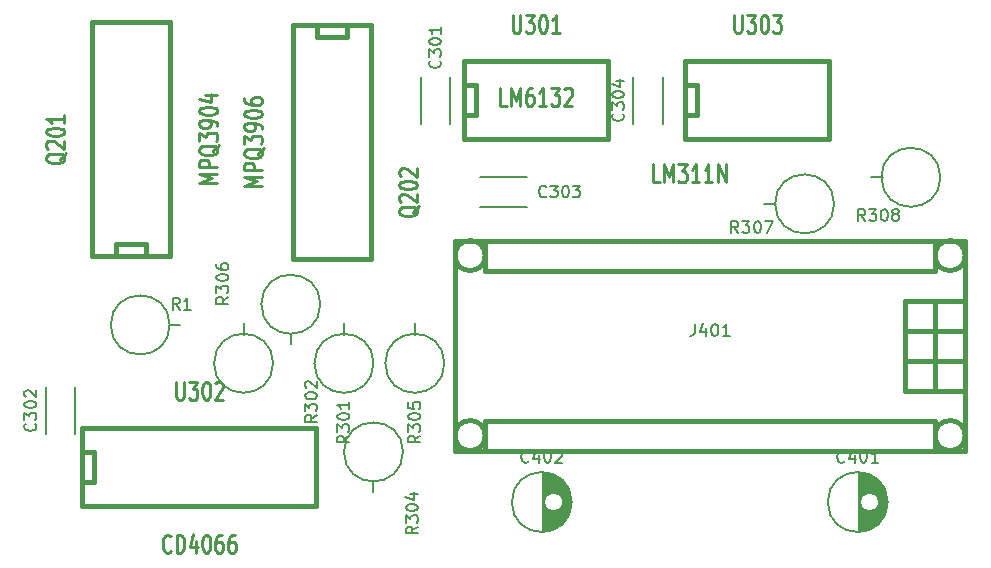
<source format=gbr>
G04 #@! TF.FileFunction,Legend,Top*
%FSLAX46Y46*%
G04 Gerber Fmt 4.6, Leading zero omitted, Abs format (unit mm)*
G04 Created by KiCad (PCBNEW 4.0.4-stable) date Monday, December 05, 2016 'PMt' 07:15:31 PM*
%MOMM*%
%LPD*%
G01*
G04 APERTURE LIST*
%ADD10C,0.100000*%
%ADD11C,0.150000*%
%ADD12C,0.381000*%
%ADD13C,0.203200*%
%ADD14C,0.285750*%
%ADD15C,0.287020*%
G04 APERTURE END LIST*
D10*
D11*
X80500000Y-36500000D02*
X80500000Y-40500000D01*
X78000000Y-36500000D02*
X78000000Y-40500000D01*
X46250000Y-66750000D02*
X46250000Y-62750000D01*
X48750000Y-66750000D02*
X48750000Y-62750000D01*
X83000000Y-45000000D02*
X87000000Y-45000000D01*
X83000000Y-47500000D02*
X87000000Y-47500000D01*
X96000000Y-40500000D02*
X96000000Y-36500000D01*
X98500000Y-40500000D02*
X98500000Y-36500000D01*
X115075000Y-70001000D02*
X115075000Y-74999000D01*
X115215000Y-70009000D02*
X115215000Y-72346000D01*
X115215000Y-72654000D02*
X115215000Y-74991000D01*
X115355000Y-70025000D02*
X115355000Y-72027000D01*
X115355000Y-72973000D02*
X115355000Y-74975000D01*
X115495000Y-70049000D02*
X115495000Y-71880000D01*
X115495000Y-73120000D02*
X115495000Y-74951000D01*
X115635000Y-70082000D02*
X115635000Y-71788000D01*
X115635000Y-73212000D02*
X115635000Y-74918000D01*
X115775000Y-70123000D02*
X115775000Y-71732000D01*
X115775000Y-73268000D02*
X115775000Y-74877000D01*
X115915000Y-70173000D02*
X115915000Y-71705000D01*
X115915000Y-73295000D02*
X115915000Y-74827000D01*
X116055000Y-70234000D02*
X116055000Y-71702000D01*
X116055000Y-73298000D02*
X116055000Y-74766000D01*
X116195000Y-70304000D02*
X116195000Y-71724000D01*
X116195000Y-73276000D02*
X116195000Y-74696000D01*
X116335000Y-70386000D02*
X116335000Y-71774000D01*
X116335000Y-73226000D02*
X116335000Y-74614000D01*
X116475000Y-70481000D02*
X116475000Y-71856000D01*
X116475000Y-73144000D02*
X116475000Y-74519000D01*
X116615000Y-70592000D02*
X116615000Y-71988000D01*
X116615000Y-73012000D02*
X116615000Y-74408000D01*
X116755000Y-70720000D02*
X116755000Y-72235000D01*
X116755000Y-72765000D02*
X116755000Y-74280000D01*
X116895000Y-70869000D02*
X116895000Y-74131000D01*
X117035000Y-71048000D02*
X117035000Y-73952000D01*
X117175000Y-71267000D02*
X117175000Y-73733000D01*
X117315000Y-71556000D02*
X117315000Y-73444000D01*
X117455000Y-72028000D02*
X117455000Y-72972000D01*
X116800000Y-72500000D02*
G75*
G03X116800000Y-72500000I-800000J0D01*
G01*
X117537500Y-72500000D02*
G75*
G03X117537500Y-72500000I-2537500J0D01*
G01*
X88325000Y-70001000D02*
X88325000Y-74999000D01*
X88465000Y-70009000D02*
X88465000Y-72346000D01*
X88465000Y-72654000D02*
X88465000Y-74991000D01*
X88605000Y-70025000D02*
X88605000Y-72027000D01*
X88605000Y-72973000D02*
X88605000Y-74975000D01*
X88745000Y-70049000D02*
X88745000Y-71880000D01*
X88745000Y-73120000D02*
X88745000Y-74951000D01*
X88885000Y-70082000D02*
X88885000Y-71788000D01*
X88885000Y-73212000D02*
X88885000Y-74918000D01*
X89025000Y-70123000D02*
X89025000Y-71732000D01*
X89025000Y-73268000D02*
X89025000Y-74877000D01*
X89165000Y-70173000D02*
X89165000Y-71705000D01*
X89165000Y-73295000D02*
X89165000Y-74827000D01*
X89305000Y-70234000D02*
X89305000Y-71702000D01*
X89305000Y-73298000D02*
X89305000Y-74766000D01*
X89445000Y-70304000D02*
X89445000Y-71724000D01*
X89445000Y-73276000D02*
X89445000Y-74696000D01*
X89585000Y-70386000D02*
X89585000Y-71774000D01*
X89585000Y-73226000D02*
X89585000Y-74614000D01*
X89725000Y-70481000D02*
X89725000Y-71856000D01*
X89725000Y-73144000D02*
X89725000Y-74519000D01*
X89865000Y-70592000D02*
X89865000Y-71988000D01*
X89865000Y-73012000D02*
X89865000Y-74408000D01*
X90005000Y-70720000D02*
X90005000Y-72235000D01*
X90005000Y-72765000D02*
X90005000Y-74280000D01*
X90145000Y-70869000D02*
X90145000Y-74131000D01*
X90285000Y-71048000D02*
X90285000Y-73952000D01*
X90425000Y-71267000D02*
X90425000Y-73733000D01*
X90565000Y-71556000D02*
X90565000Y-73444000D01*
X90705000Y-72028000D02*
X90705000Y-72972000D01*
X90050000Y-72500000D02*
G75*
G03X90050000Y-72500000I-800000J0D01*
G01*
X90787500Y-72500000D02*
G75*
G03X90787500Y-72500000I-2537500J0D01*
G01*
D12*
X119010000Y-60520000D02*
X124090000Y-60520000D01*
X119010000Y-57980000D02*
X124090000Y-57980000D01*
X121550000Y-63060000D02*
X121550000Y-55440000D01*
X124090000Y-63060000D02*
X119010000Y-63060000D01*
X119010000Y-63060000D02*
X119010000Y-55440000D01*
X119010000Y-55440000D02*
X124090000Y-55440000D01*
X80910000Y-68140000D02*
X124090000Y-68140000D01*
X124090000Y-50360000D02*
X80910000Y-50360000D01*
X124090000Y-50360000D02*
X124090000Y-68140000D01*
X80910000Y-50360000D02*
X80910000Y-68140000D01*
X124090000Y-66870000D02*
G75*
G03X124090000Y-66870000I-1270000J0D01*
G01*
X124090000Y-51630000D02*
G75*
G03X124090000Y-51630000I-1270000J0D01*
G01*
X83450000Y-66870000D02*
G75*
G03X83450000Y-66870000I-1270000J0D01*
G01*
X83450000Y-51630000D02*
G75*
G03X83450000Y-51630000I-1270000J0D01*
G01*
X83450000Y-65600000D02*
X121550000Y-65600000D01*
X121550000Y-52900000D02*
X83450000Y-52900000D01*
X83450000Y-50360000D02*
X83450000Y-52900000D01*
X83450000Y-65600000D02*
X83450000Y-68140000D01*
X121550000Y-68140000D02*
X121550000Y-65600000D01*
X121550000Y-50360000D02*
X121550000Y-52900000D01*
X52230000Y-50640000D02*
X54770000Y-50640000D01*
X56802000Y-31844000D02*
X56802000Y-51656000D01*
X50198000Y-51656000D02*
X50198000Y-31844000D01*
X54770000Y-50640000D02*
X54770000Y-51656000D01*
X52230000Y-50640000D02*
X52230000Y-51656000D01*
X50198000Y-31844000D02*
X56802000Y-31844000D01*
X56802000Y-51656000D02*
X50198000Y-51656000D01*
X71770000Y-33110000D02*
X69230000Y-33110000D01*
X67198000Y-51906000D02*
X67198000Y-32094000D01*
X73802000Y-32094000D02*
X73802000Y-51906000D01*
X69230000Y-33110000D02*
X69230000Y-32094000D01*
X71770000Y-33110000D02*
X71770000Y-32094000D01*
X73802000Y-51906000D02*
X67198000Y-51906000D01*
X67198000Y-32094000D02*
X73802000Y-32094000D01*
X93846000Y-41802000D02*
X81654000Y-41802000D01*
X81654000Y-35198000D02*
X93846000Y-35198000D01*
X82670000Y-37230000D02*
X81654000Y-37230000D01*
X82670000Y-39770000D02*
X81654000Y-39770000D01*
X93846000Y-35198000D02*
X93846000Y-41802000D01*
X81654000Y-41802000D02*
X81654000Y-35198000D01*
X82670000Y-37230000D02*
X82670000Y-39770000D01*
X50360000Y-68230000D02*
X50360000Y-70770000D01*
X69156000Y-72802000D02*
X49344000Y-72802000D01*
X49344000Y-66198000D02*
X69156000Y-66198000D01*
X50360000Y-70770000D02*
X49344000Y-70770000D01*
X50360000Y-68230000D02*
X49344000Y-68230000D01*
X69156000Y-66198000D02*
X69156000Y-72802000D01*
X49344000Y-72802000D02*
X49344000Y-66198000D01*
X112596000Y-41802000D02*
X100404000Y-41802000D01*
X100404000Y-35198000D02*
X112596000Y-35198000D01*
X101420000Y-37230000D02*
X100404000Y-37230000D01*
X101420000Y-39770000D02*
X100404000Y-39770000D01*
X112596000Y-35198000D02*
X112596000Y-41802000D01*
X100404000Y-41802000D02*
X100404000Y-35198000D01*
X101420000Y-37230000D02*
X101420000Y-39770000D01*
D11*
X56650940Y-57500000D02*
X57651700Y-57500000D01*
X56750000Y-57500000D02*
G75*
G03X56750000Y-57500000I-2499360J0D01*
G01*
X71500000Y-58349060D02*
X71500000Y-57348300D01*
X73999360Y-60749360D02*
G75*
G03X73999360Y-60749360I-2499360J0D01*
G01*
X67000000Y-58150940D02*
X67000000Y-59151700D01*
X69499360Y-55750640D02*
G75*
G03X69499360Y-55750640I-2499360J0D01*
G01*
X74000000Y-70650940D02*
X74000000Y-71651700D01*
X76499360Y-68250640D02*
G75*
G03X76499360Y-68250640I-2499360J0D01*
G01*
X77500000Y-58349060D02*
X77500000Y-57348300D01*
X79999360Y-60749360D02*
G75*
G03X79999360Y-60749360I-2499360J0D01*
G01*
X63000000Y-58349060D02*
X63000000Y-57348300D01*
X65499360Y-60749360D02*
G75*
G03X65499360Y-60749360I-2499360J0D01*
G01*
X108099060Y-47250000D02*
X107098300Y-47250000D01*
X112998720Y-47250000D02*
G75*
G03X112998720Y-47250000I-2499360J0D01*
G01*
X117099060Y-45000000D02*
X116098300Y-45000000D01*
X121998720Y-45000000D02*
G75*
G03X121998720Y-45000000I-2499360J0D01*
G01*
X79607143Y-35119047D02*
X79654762Y-35166666D01*
X79702381Y-35309523D01*
X79702381Y-35404761D01*
X79654762Y-35547619D01*
X79559524Y-35642857D01*
X79464286Y-35690476D01*
X79273810Y-35738095D01*
X79130952Y-35738095D01*
X78940476Y-35690476D01*
X78845238Y-35642857D01*
X78750000Y-35547619D01*
X78702381Y-35404761D01*
X78702381Y-35309523D01*
X78750000Y-35166666D01*
X78797619Y-35119047D01*
X78702381Y-34785714D02*
X78702381Y-34166666D01*
X79083333Y-34500000D01*
X79083333Y-34357142D01*
X79130952Y-34261904D01*
X79178571Y-34214285D01*
X79273810Y-34166666D01*
X79511905Y-34166666D01*
X79607143Y-34214285D01*
X79654762Y-34261904D01*
X79702381Y-34357142D01*
X79702381Y-34642857D01*
X79654762Y-34738095D01*
X79607143Y-34785714D01*
X78702381Y-33547619D02*
X78702381Y-33452380D01*
X78750000Y-33357142D01*
X78797619Y-33309523D01*
X78892857Y-33261904D01*
X79083333Y-33214285D01*
X79321429Y-33214285D01*
X79511905Y-33261904D01*
X79607143Y-33309523D01*
X79654762Y-33357142D01*
X79702381Y-33452380D01*
X79702381Y-33547619D01*
X79654762Y-33642857D01*
X79607143Y-33690476D01*
X79511905Y-33738095D01*
X79321429Y-33785714D01*
X79083333Y-33785714D01*
X78892857Y-33738095D01*
X78797619Y-33690476D01*
X78750000Y-33642857D01*
X78702381Y-33547619D01*
X79702381Y-32261904D02*
X79702381Y-32833333D01*
X79702381Y-32547619D02*
X78702381Y-32547619D01*
X78845238Y-32642857D01*
X78940476Y-32738095D01*
X78988095Y-32833333D01*
X45357143Y-65869047D02*
X45404762Y-65916666D01*
X45452381Y-66059523D01*
X45452381Y-66154761D01*
X45404762Y-66297619D01*
X45309524Y-66392857D01*
X45214286Y-66440476D01*
X45023810Y-66488095D01*
X44880952Y-66488095D01*
X44690476Y-66440476D01*
X44595238Y-66392857D01*
X44500000Y-66297619D01*
X44452381Y-66154761D01*
X44452381Y-66059523D01*
X44500000Y-65916666D01*
X44547619Y-65869047D01*
X44452381Y-65535714D02*
X44452381Y-64916666D01*
X44833333Y-65250000D01*
X44833333Y-65107142D01*
X44880952Y-65011904D01*
X44928571Y-64964285D01*
X45023810Y-64916666D01*
X45261905Y-64916666D01*
X45357143Y-64964285D01*
X45404762Y-65011904D01*
X45452381Y-65107142D01*
X45452381Y-65392857D01*
X45404762Y-65488095D01*
X45357143Y-65535714D01*
X44452381Y-64297619D02*
X44452381Y-64202380D01*
X44500000Y-64107142D01*
X44547619Y-64059523D01*
X44642857Y-64011904D01*
X44833333Y-63964285D01*
X45071429Y-63964285D01*
X45261905Y-64011904D01*
X45357143Y-64059523D01*
X45404762Y-64107142D01*
X45452381Y-64202380D01*
X45452381Y-64297619D01*
X45404762Y-64392857D01*
X45357143Y-64440476D01*
X45261905Y-64488095D01*
X45071429Y-64535714D01*
X44833333Y-64535714D01*
X44642857Y-64488095D01*
X44547619Y-64440476D01*
X44500000Y-64392857D01*
X44452381Y-64297619D01*
X44547619Y-63583333D02*
X44500000Y-63535714D01*
X44452381Y-63440476D01*
X44452381Y-63202380D01*
X44500000Y-63107142D01*
X44547619Y-63059523D01*
X44642857Y-63011904D01*
X44738095Y-63011904D01*
X44880952Y-63059523D01*
X45452381Y-63630952D01*
X45452381Y-63011904D01*
X88630953Y-46607143D02*
X88583334Y-46654762D01*
X88440477Y-46702381D01*
X88345239Y-46702381D01*
X88202381Y-46654762D01*
X88107143Y-46559524D01*
X88059524Y-46464286D01*
X88011905Y-46273810D01*
X88011905Y-46130952D01*
X88059524Y-45940476D01*
X88107143Y-45845238D01*
X88202381Y-45750000D01*
X88345239Y-45702381D01*
X88440477Y-45702381D01*
X88583334Y-45750000D01*
X88630953Y-45797619D01*
X88964286Y-45702381D02*
X89583334Y-45702381D01*
X89250000Y-46083333D01*
X89392858Y-46083333D01*
X89488096Y-46130952D01*
X89535715Y-46178571D01*
X89583334Y-46273810D01*
X89583334Y-46511905D01*
X89535715Y-46607143D01*
X89488096Y-46654762D01*
X89392858Y-46702381D01*
X89107143Y-46702381D01*
X89011905Y-46654762D01*
X88964286Y-46607143D01*
X90202381Y-45702381D02*
X90297620Y-45702381D01*
X90392858Y-45750000D01*
X90440477Y-45797619D01*
X90488096Y-45892857D01*
X90535715Y-46083333D01*
X90535715Y-46321429D01*
X90488096Y-46511905D01*
X90440477Y-46607143D01*
X90392858Y-46654762D01*
X90297620Y-46702381D01*
X90202381Y-46702381D01*
X90107143Y-46654762D01*
X90059524Y-46607143D01*
X90011905Y-46511905D01*
X89964286Y-46321429D01*
X89964286Y-46083333D01*
X90011905Y-45892857D01*
X90059524Y-45797619D01*
X90107143Y-45750000D01*
X90202381Y-45702381D01*
X90869048Y-45702381D02*
X91488096Y-45702381D01*
X91154762Y-46083333D01*
X91297620Y-46083333D01*
X91392858Y-46130952D01*
X91440477Y-46178571D01*
X91488096Y-46273810D01*
X91488096Y-46511905D01*
X91440477Y-46607143D01*
X91392858Y-46654762D01*
X91297620Y-46702381D01*
X91011905Y-46702381D01*
X90916667Y-46654762D01*
X90869048Y-46607143D01*
X95107143Y-39619047D02*
X95154762Y-39666666D01*
X95202381Y-39809523D01*
X95202381Y-39904761D01*
X95154762Y-40047619D01*
X95059524Y-40142857D01*
X94964286Y-40190476D01*
X94773810Y-40238095D01*
X94630952Y-40238095D01*
X94440476Y-40190476D01*
X94345238Y-40142857D01*
X94250000Y-40047619D01*
X94202381Y-39904761D01*
X94202381Y-39809523D01*
X94250000Y-39666666D01*
X94297619Y-39619047D01*
X94202381Y-39285714D02*
X94202381Y-38666666D01*
X94583333Y-39000000D01*
X94583333Y-38857142D01*
X94630952Y-38761904D01*
X94678571Y-38714285D01*
X94773810Y-38666666D01*
X95011905Y-38666666D01*
X95107143Y-38714285D01*
X95154762Y-38761904D01*
X95202381Y-38857142D01*
X95202381Y-39142857D01*
X95154762Y-39238095D01*
X95107143Y-39285714D01*
X94202381Y-38047619D02*
X94202381Y-37952380D01*
X94250000Y-37857142D01*
X94297619Y-37809523D01*
X94392857Y-37761904D01*
X94583333Y-37714285D01*
X94821429Y-37714285D01*
X95011905Y-37761904D01*
X95107143Y-37809523D01*
X95154762Y-37857142D01*
X95202381Y-37952380D01*
X95202381Y-38047619D01*
X95154762Y-38142857D01*
X95107143Y-38190476D01*
X95011905Y-38238095D01*
X94821429Y-38285714D01*
X94583333Y-38285714D01*
X94392857Y-38238095D01*
X94297619Y-38190476D01*
X94250000Y-38142857D01*
X94202381Y-38047619D01*
X94535714Y-36857142D02*
X95202381Y-36857142D01*
X94154762Y-37095238D02*
X94869048Y-37333333D01*
X94869048Y-36714285D01*
X113880953Y-69057143D02*
X113833334Y-69104762D01*
X113690477Y-69152381D01*
X113595239Y-69152381D01*
X113452381Y-69104762D01*
X113357143Y-69009524D01*
X113309524Y-68914286D01*
X113261905Y-68723810D01*
X113261905Y-68580952D01*
X113309524Y-68390476D01*
X113357143Y-68295238D01*
X113452381Y-68200000D01*
X113595239Y-68152381D01*
X113690477Y-68152381D01*
X113833334Y-68200000D01*
X113880953Y-68247619D01*
X114738096Y-68485714D02*
X114738096Y-69152381D01*
X114500000Y-68104762D02*
X114261905Y-68819048D01*
X114880953Y-68819048D01*
X115452381Y-68152381D02*
X115547620Y-68152381D01*
X115642858Y-68200000D01*
X115690477Y-68247619D01*
X115738096Y-68342857D01*
X115785715Y-68533333D01*
X115785715Y-68771429D01*
X115738096Y-68961905D01*
X115690477Y-69057143D01*
X115642858Y-69104762D01*
X115547620Y-69152381D01*
X115452381Y-69152381D01*
X115357143Y-69104762D01*
X115309524Y-69057143D01*
X115261905Y-68961905D01*
X115214286Y-68771429D01*
X115214286Y-68533333D01*
X115261905Y-68342857D01*
X115309524Y-68247619D01*
X115357143Y-68200000D01*
X115452381Y-68152381D01*
X116738096Y-69152381D02*
X116166667Y-69152381D01*
X116452381Y-69152381D02*
X116452381Y-68152381D01*
X116357143Y-68295238D01*
X116261905Y-68390476D01*
X116166667Y-68438095D01*
X87130953Y-69057143D02*
X87083334Y-69104762D01*
X86940477Y-69152381D01*
X86845239Y-69152381D01*
X86702381Y-69104762D01*
X86607143Y-69009524D01*
X86559524Y-68914286D01*
X86511905Y-68723810D01*
X86511905Y-68580952D01*
X86559524Y-68390476D01*
X86607143Y-68295238D01*
X86702381Y-68200000D01*
X86845239Y-68152381D01*
X86940477Y-68152381D01*
X87083334Y-68200000D01*
X87130953Y-68247619D01*
X87988096Y-68485714D02*
X87988096Y-69152381D01*
X87750000Y-68104762D02*
X87511905Y-68819048D01*
X88130953Y-68819048D01*
X88702381Y-68152381D02*
X88797620Y-68152381D01*
X88892858Y-68200000D01*
X88940477Y-68247619D01*
X88988096Y-68342857D01*
X89035715Y-68533333D01*
X89035715Y-68771429D01*
X88988096Y-68961905D01*
X88940477Y-69057143D01*
X88892858Y-69104762D01*
X88797620Y-69152381D01*
X88702381Y-69152381D01*
X88607143Y-69104762D01*
X88559524Y-69057143D01*
X88511905Y-68961905D01*
X88464286Y-68771429D01*
X88464286Y-68533333D01*
X88511905Y-68342857D01*
X88559524Y-68247619D01*
X88607143Y-68200000D01*
X88702381Y-68152381D01*
X89416667Y-68247619D02*
X89464286Y-68200000D01*
X89559524Y-68152381D01*
X89797620Y-68152381D01*
X89892858Y-68200000D01*
X89940477Y-68247619D01*
X89988096Y-68342857D01*
X89988096Y-68438095D01*
X89940477Y-68580952D01*
X89369048Y-69152381D01*
X89988096Y-69152381D01*
D13*
X101193714Y-57423619D02*
X101193714Y-58149333D01*
X101145334Y-58294476D01*
X101048572Y-58391238D01*
X100903429Y-58439619D01*
X100806667Y-58439619D01*
X102112952Y-57762286D02*
X102112952Y-58439619D01*
X101871048Y-57375238D02*
X101629143Y-58100952D01*
X102258095Y-58100952D01*
X102838667Y-57423619D02*
X102935428Y-57423619D01*
X103032190Y-57472000D01*
X103080571Y-57520381D01*
X103128952Y-57617143D01*
X103177333Y-57810667D01*
X103177333Y-58052571D01*
X103128952Y-58246095D01*
X103080571Y-58342857D01*
X103032190Y-58391238D01*
X102935428Y-58439619D01*
X102838667Y-58439619D01*
X102741905Y-58391238D01*
X102693524Y-58342857D01*
X102645143Y-58246095D01*
X102596762Y-58052571D01*
X102596762Y-57810667D01*
X102645143Y-57617143D01*
X102693524Y-57520381D01*
X102741905Y-57472000D01*
X102838667Y-57423619D01*
X104144952Y-58439619D02*
X103564381Y-58439619D01*
X103854667Y-58439619D02*
X103854667Y-57423619D01*
X103757905Y-57568762D01*
X103661143Y-57665524D01*
X103564381Y-57713905D01*
D14*
X47984571Y-42947428D02*
X47912000Y-43056285D01*
X47766857Y-43165142D01*
X47549143Y-43328428D01*
X47476571Y-43437285D01*
X47476571Y-43546142D01*
X47839429Y-43491714D02*
X47766857Y-43600571D01*
X47621714Y-43709428D01*
X47331429Y-43763857D01*
X46823429Y-43763857D01*
X46533143Y-43709428D01*
X46388000Y-43600571D01*
X46315429Y-43491714D01*
X46315429Y-43274000D01*
X46388000Y-43165142D01*
X46533143Y-43056285D01*
X46823429Y-43001857D01*
X47331429Y-43001857D01*
X47621714Y-43056285D01*
X47766857Y-43165142D01*
X47839429Y-43274000D01*
X47839429Y-43491714D01*
X46460571Y-42566428D02*
X46388000Y-42511999D01*
X46315429Y-42403142D01*
X46315429Y-42130999D01*
X46388000Y-42022142D01*
X46460571Y-41967713D01*
X46605714Y-41913285D01*
X46750857Y-41913285D01*
X46968571Y-41967713D01*
X47839429Y-42620856D01*
X47839429Y-41913285D01*
X46315429Y-41205714D02*
X46315429Y-41096857D01*
X46388000Y-40988000D01*
X46460571Y-40933571D01*
X46605714Y-40879142D01*
X46896000Y-40824714D01*
X47258857Y-40824714D01*
X47549143Y-40879142D01*
X47694286Y-40933571D01*
X47766857Y-40988000D01*
X47839429Y-41096857D01*
X47839429Y-41205714D01*
X47766857Y-41314571D01*
X47694286Y-41369000D01*
X47549143Y-41423428D01*
X47258857Y-41477857D01*
X46896000Y-41477857D01*
X46605714Y-41423428D01*
X46460571Y-41369000D01*
X46388000Y-41314571D01*
X46315429Y-41205714D01*
X47839429Y-39736143D02*
X47839429Y-40389286D01*
X47839429Y-40062714D02*
X46315429Y-40062714D01*
X46533143Y-40171571D01*
X46678286Y-40280429D01*
X46750857Y-40389286D01*
D15*
D14*
X60793429Y-45478356D02*
X59269429Y-45478356D01*
X60358000Y-45097356D01*
X59269429Y-44716356D01*
X60793429Y-44716356D01*
X60793429Y-44172070D02*
X59269429Y-44172070D01*
X59269429Y-43736642D01*
X59342000Y-43627784D01*
X59414571Y-43573356D01*
X59559714Y-43518927D01*
X59777429Y-43518927D01*
X59922571Y-43573356D01*
X59995143Y-43627784D01*
X60067714Y-43736642D01*
X60067714Y-44172070D01*
X60938571Y-42267070D02*
X60866000Y-42375927D01*
X60720857Y-42484784D01*
X60503143Y-42648070D01*
X60430571Y-42756927D01*
X60430571Y-42865784D01*
X60793429Y-42811356D02*
X60720857Y-42920213D01*
X60575714Y-43029070D01*
X60285429Y-43083499D01*
X59777429Y-43083499D01*
X59487143Y-43029070D01*
X59342000Y-42920213D01*
X59269429Y-42811356D01*
X59269429Y-42593642D01*
X59342000Y-42484784D01*
X59487143Y-42375927D01*
X59777429Y-42321499D01*
X60285429Y-42321499D01*
X60575714Y-42375927D01*
X60720857Y-42484784D01*
X60793429Y-42593642D01*
X60793429Y-42811356D01*
X59269429Y-41940498D02*
X59269429Y-41232927D01*
X59850000Y-41613927D01*
X59850000Y-41450641D01*
X59922571Y-41341784D01*
X59995143Y-41287355D01*
X60140286Y-41232927D01*
X60503143Y-41232927D01*
X60648286Y-41287355D01*
X60720857Y-41341784D01*
X60793429Y-41450641D01*
X60793429Y-41777213D01*
X60720857Y-41886070D01*
X60648286Y-41940498D01*
X60793429Y-40688642D02*
X60793429Y-40470927D01*
X60720857Y-40362070D01*
X60648286Y-40307642D01*
X60430571Y-40198784D01*
X60140286Y-40144356D01*
X59559714Y-40144356D01*
X59414571Y-40198784D01*
X59342000Y-40253213D01*
X59269429Y-40362070D01*
X59269429Y-40579784D01*
X59342000Y-40688642D01*
X59414571Y-40743070D01*
X59559714Y-40797499D01*
X59922571Y-40797499D01*
X60067714Y-40743070D01*
X60140286Y-40688642D01*
X60212857Y-40579784D01*
X60212857Y-40362070D01*
X60140286Y-40253213D01*
X60067714Y-40198784D01*
X59922571Y-40144356D01*
X59269429Y-39436785D02*
X59269429Y-39327928D01*
X59342000Y-39219071D01*
X59414571Y-39164642D01*
X59559714Y-39110213D01*
X59850000Y-39055785D01*
X60212857Y-39055785D01*
X60503143Y-39110213D01*
X60648286Y-39164642D01*
X60720857Y-39219071D01*
X60793429Y-39327928D01*
X60793429Y-39436785D01*
X60720857Y-39545642D01*
X60648286Y-39600071D01*
X60503143Y-39654499D01*
X60212857Y-39708928D01*
X59850000Y-39708928D01*
X59559714Y-39654499D01*
X59414571Y-39600071D01*
X59342000Y-39545642D01*
X59269429Y-39436785D01*
X59777429Y-38076071D02*
X60793429Y-38076071D01*
X59196857Y-38348214D02*
X60285429Y-38620357D01*
X60285429Y-37912785D01*
D15*
D14*
X77834571Y-47447428D02*
X77762000Y-47556285D01*
X77616857Y-47665142D01*
X77399143Y-47828428D01*
X77326571Y-47937285D01*
X77326571Y-48046142D01*
X77689429Y-47991714D02*
X77616857Y-48100571D01*
X77471714Y-48209428D01*
X77181429Y-48263857D01*
X76673429Y-48263857D01*
X76383143Y-48209428D01*
X76238000Y-48100571D01*
X76165429Y-47991714D01*
X76165429Y-47774000D01*
X76238000Y-47665142D01*
X76383143Y-47556285D01*
X76673429Y-47501857D01*
X77181429Y-47501857D01*
X77471714Y-47556285D01*
X77616857Y-47665142D01*
X77689429Y-47774000D01*
X77689429Y-47991714D01*
X76310571Y-47066428D02*
X76238000Y-47011999D01*
X76165429Y-46903142D01*
X76165429Y-46630999D01*
X76238000Y-46522142D01*
X76310571Y-46467713D01*
X76455714Y-46413285D01*
X76600857Y-46413285D01*
X76818571Y-46467713D01*
X77689429Y-47120856D01*
X77689429Y-46413285D01*
X76165429Y-45705714D02*
X76165429Y-45596857D01*
X76238000Y-45488000D01*
X76310571Y-45433571D01*
X76455714Y-45379142D01*
X76746000Y-45324714D01*
X77108857Y-45324714D01*
X77399143Y-45379142D01*
X77544286Y-45433571D01*
X77616857Y-45488000D01*
X77689429Y-45596857D01*
X77689429Y-45705714D01*
X77616857Y-45814571D01*
X77544286Y-45869000D01*
X77399143Y-45923428D01*
X77108857Y-45977857D01*
X76746000Y-45977857D01*
X76455714Y-45923428D01*
X76310571Y-45869000D01*
X76238000Y-45814571D01*
X76165429Y-45705714D01*
X76310571Y-44889286D02*
X76238000Y-44834857D01*
X76165429Y-44726000D01*
X76165429Y-44453857D01*
X76238000Y-44345000D01*
X76310571Y-44290571D01*
X76455714Y-44236143D01*
X76600857Y-44236143D01*
X76818571Y-44290571D01*
X77689429Y-44943714D01*
X77689429Y-44236143D01*
D15*
D14*
X64585429Y-45728356D02*
X63061429Y-45728356D01*
X64150000Y-45347356D01*
X63061429Y-44966356D01*
X64585429Y-44966356D01*
X64585429Y-44422070D02*
X63061429Y-44422070D01*
X63061429Y-43986642D01*
X63134000Y-43877784D01*
X63206571Y-43823356D01*
X63351714Y-43768927D01*
X63569429Y-43768927D01*
X63714571Y-43823356D01*
X63787143Y-43877784D01*
X63859714Y-43986642D01*
X63859714Y-44422070D01*
X64730571Y-42517070D02*
X64658000Y-42625927D01*
X64512857Y-42734784D01*
X64295143Y-42898070D01*
X64222571Y-43006927D01*
X64222571Y-43115784D01*
X64585429Y-43061356D02*
X64512857Y-43170213D01*
X64367714Y-43279070D01*
X64077429Y-43333499D01*
X63569429Y-43333499D01*
X63279143Y-43279070D01*
X63134000Y-43170213D01*
X63061429Y-43061356D01*
X63061429Y-42843642D01*
X63134000Y-42734784D01*
X63279143Y-42625927D01*
X63569429Y-42571499D01*
X64077429Y-42571499D01*
X64367714Y-42625927D01*
X64512857Y-42734784D01*
X64585429Y-42843642D01*
X64585429Y-43061356D01*
X63061429Y-42190498D02*
X63061429Y-41482927D01*
X63642000Y-41863927D01*
X63642000Y-41700641D01*
X63714571Y-41591784D01*
X63787143Y-41537355D01*
X63932286Y-41482927D01*
X64295143Y-41482927D01*
X64440286Y-41537355D01*
X64512857Y-41591784D01*
X64585429Y-41700641D01*
X64585429Y-42027213D01*
X64512857Y-42136070D01*
X64440286Y-42190498D01*
X64585429Y-40938642D02*
X64585429Y-40720927D01*
X64512857Y-40612070D01*
X64440286Y-40557642D01*
X64222571Y-40448784D01*
X63932286Y-40394356D01*
X63351714Y-40394356D01*
X63206571Y-40448784D01*
X63134000Y-40503213D01*
X63061429Y-40612070D01*
X63061429Y-40829784D01*
X63134000Y-40938642D01*
X63206571Y-40993070D01*
X63351714Y-41047499D01*
X63714571Y-41047499D01*
X63859714Y-40993070D01*
X63932286Y-40938642D01*
X64004857Y-40829784D01*
X64004857Y-40612070D01*
X63932286Y-40503213D01*
X63859714Y-40448784D01*
X63714571Y-40394356D01*
X63061429Y-39686785D02*
X63061429Y-39577928D01*
X63134000Y-39469071D01*
X63206571Y-39414642D01*
X63351714Y-39360213D01*
X63642000Y-39305785D01*
X64004857Y-39305785D01*
X64295143Y-39360213D01*
X64440286Y-39414642D01*
X64512857Y-39469071D01*
X64585429Y-39577928D01*
X64585429Y-39686785D01*
X64512857Y-39795642D01*
X64440286Y-39850071D01*
X64295143Y-39904499D01*
X64004857Y-39958928D01*
X63642000Y-39958928D01*
X63351714Y-39904499D01*
X63206571Y-39850071D01*
X63134000Y-39795642D01*
X63061429Y-39686785D01*
X63061429Y-38326071D02*
X63061429Y-38543785D01*
X63134000Y-38652642D01*
X63206571Y-38707071D01*
X63424286Y-38815928D01*
X63714571Y-38870357D01*
X64295143Y-38870357D01*
X64440286Y-38815928D01*
X64512857Y-38761500D01*
X64585429Y-38652642D01*
X64585429Y-38434928D01*
X64512857Y-38326071D01*
X64440286Y-38271642D01*
X64295143Y-38217214D01*
X63932286Y-38217214D01*
X63787143Y-38271642D01*
X63714571Y-38326071D01*
X63642000Y-38434928D01*
X63642000Y-38652642D01*
X63714571Y-38761500D01*
X63787143Y-38815928D01*
X63932286Y-38870357D01*
D15*
D14*
X85790572Y-31264629D02*
X85790572Y-32498343D01*
X85845000Y-32643486D01*
X85899429Y-32716057D01*
X86008286Y-32788629D01*
X86226000Y-32788629D01*
X86334858Y-32716057D01*
X86389286Y-32643486D01*
X86443715Y-32498343D01*
X86443715Y-31264629D01*
X86879144Y-31264629D02*
X87586715Y-31264629D01*
X87205715Y-31845200D01*
X87369001Y-31845200D01*
X87477858Y-31917771D01*
X87532287Y-31990343D01*
X87586715Y-32135486D01*
X87586715Y-32498343D01*
X87532287Y-32643486D01*
X87477858Y-32716057D01*
X87369001Y-32788629D01*
X87042429Y-32788629D01*
X86933572Y-32716057D01*
X86879144Y-32643486D01*
X88294286Y-31264629D02*
X88403143Y-31264629D01*
X88512000Y-31337200D01*
X88566429Y-31409771D01*
X88620858Y-31554914D01*
X88675286Y-31845200D01*
X88675286Y-32208057D01*
X88620858Y-32498343D01*
X88566429Y-32643486D01*
X88512000Y-32716057D01*
X88403143Y-32788629D01*
X88294286Y-32788629D01*
X88185429Y-32716057D01*
X88131000Y-32643486D01*
X88076572Y-32498343D01*
X88022143Y-32208057D01*
X88022143Y-31845200D01*
X88076572Y-31554914D01*
X88131000Y-31409771D01*
X88185429Y-31337200D01*
X88294286Y-31264629D01*
X89763857Y-32788629D02*
X89110714Y-32788629D01*
X89437286Y-32788629D02*
X89437286Y-31264629D01*
X89328429Y-31482343D01*
X89219571Y-31627486D01*
X89110714Y-31700057D01*
D15*
D14*
X85273501Y-38939429D02*
X84729215Y-38939429D01*
X84729215Y-37415429D01*
X85654501Y-38939429D02*
X85654501Y-37415429D01*
X86035501Y-38504000D01*
X86416501Y-37415429D01*
X86416501Y-38939429D01*
X87450644Y-37415429D02*
X87232930Y-37415429D01*
X87124073Y-37488000D01*
X87069644Y-37560571D01*
X86960787Y-37778286D01*
X86906358Y-38068571D01*
X86906358Y-38649143D01*
X86960787Y-38794286D01*
X87015215Y-38866857D01*
X87124073Y-38939429D01*
X87341787Y-38939429D01*
X87450644Y-38866857D01*
X87505073Y-38794286D01*
X87559501Y-38649143D01*
X87559501Y-38286286D01*
X87505073Y-38141143D01*
X87450644Y-38068571D01*
X87341787Y-37996000D01*
X87124073Y-37996000D01*
X87015215Y-38068571D01*
X86960787Y-38141143D01*
X86906358Y-38286286D01*
X88648072Y-38939429D02*
X87994929Y-38939429D01*
X88321501Y-38939429D02*
X88321501Y-37415429D01*
X88212644Y-37633143D01*
X88103786Y-37778286D01*
X87994929Y-37850857D01*
X89029072Y-37415429D02*
X89736643Y-37415429D01*
X89355643Y-37996000D01*
X89518929Y-37996000D01*
X89627786Y-38068571D01*
X89682215Y-38141143D01*
X89736643Y-38286286D01*
X89736643Y-38649143D01*
X89682215Y-38794286D01*
X89627786Y-38866857D01*
X89518929Y-38939429D01*
X89192357Y-38939429D01*
X89083500Y-38866857D01*
X89029072Y-38794286D01*
X90172071Y-37560571D02*
X90226500Y-37488000D01*
X90335357Y-37415429D01*
X90607500Y-37415429D01*
X90716357Y-37488000D01*
X90770786Y-37560571D01*
X90825214Y-37705714D01*
X90825214Y-37850857D01*
X90770786Y-38068571D01*
X90117643Y-38939429D01*
X90825214Y-38939429D01*
D15*
D14*
X57290572Y-62315429D02*
X57290572Y-63549143D01*
X57345000Y-63694286D01*
X57399429Y-63766857D01*
X57508286Y-63839429D01*
X57726000Y-63839429D01*
X57834858Y-63766857D01*
X57889286Y-63694286D01*
X57943715Y-63549143D01*
X57943715Y-62315429D01*
X58379144Y-62315429D02*
X59086715Y-62315429D01*
X58705715Y-62896000D01*
X58869001Y-62896000D01*
X58977858Y-62968571D01*
X59032287Y-63041143D01*
X59086715Y-63186286D01*
X59086715Y-63549143D01*
X59032287Y-63694286D01*
X58977858Y-63766857D01*
X58869001Y-63839429D01*
X58542429Y-63839429D01*
X58433572Y-63766857D01*
X58379144Y-63694286D01*
X59794286Y-62315429D02*
X59903143Y-62315429D01*
X60012000Y-62388000D01*
X60066429Y-62460571D01*
X60120858Y-62605714D01*
X60175286Y-62896000D01*
X60175286Y-63258857D01*
X60120858Y-63549143D01*
X60066429Y-63694286D01*
X60012000Y-63766857D01*
X59903143Y-63839429D01*
X59794286Y-63839429D01*
X59685429Y-63766857D01*
X59631000Y-63694286D01*
X59576572Y-63549143D01*
X59522143Y-63258857D01*
X59522143Y-62896000D01*
X59576572Y-62605714D01*
X59631000Y-62460571D01*
X59685429Y-62388000D01*
X59794286Y-62315429D01*
X60610714Y-62460571D02*
X60665143Y-62388000D01*
X60774000Y-62315429D01*
X61046143Y-62315429D01*
X61155000Y-62388000D01*
X61209429Y-62460571D01*
X61263857Y-62605714D01*
X61263857Y-62750857D01*
X61209429Y-62968571D01*
X60556286Y-63839429D01*
X61263857Y-63839429D01*
D15*
D14*
X56855144Y-76648286D02*
X56800715Y-76720857D01*
X56637429Y-76793429D01*
X56528572Y-76793429D01*
X56365287Y-76720857D01*
X56256429Y-76575714D01*
X56202001Y-76430571D01*
X56147572Y-76140286D01*
X56147572Y-75922571D01*
X56202001Y-75632286D01*
X56256429Y-75487143D01*
X56365287Y-75342000D01*
X56528572Y-75269429D01*
X56637429Y-75269429D01*
X56800715Y-75342000D01*
X56855144Y-75414571D01*
X57345001Y-76793429D02*
X57345001Y-75269429D01*
X57617144Y-75269429D01*
X57780429Y-75342000D01*
X57889287Y-75487143D01*
X57943715Y-75632286D01*
X57998144Y-75922571D01*
X57998144Y-76140286D01*
X57943715Y-76430571D01*
X57889287Y-76575714D01*
X57780429Y-76720857D01*
X57617144Y-76793429D01*
X57345001Y-76793429D01*
X58977858Y-75777429D02*
X58977858Y-76793429D01*
X58705715Y-75196857D02*
X58433572Y-76285429D01*
X59141144Y-76285429D01*
X59794286Y-75269429D02*
X59903143Y-75269429D01*
X60012000Y-75342000D01*
X60066429Y-75414571D01*
X60120858Y-75559714D01*
X60175286Y-75850000D01*
X60175286Y-76212857D01*
X60120858Y-76503143D01*
X60066429Y-76648286D01*
X60012000Y-76720857D01*
X59903143Y-76793429D01*
X59794286Y-76793429D01*
X59685429Y-76720857D01*
X59631000Y-76648286D01*
X59576572Y-76503143D01*
X59522143Y-76212857D01*
X59522143Y-75850000D01*
X59576572Y-75559714D01*
X59631000Y-75414571D01*
X59685429Y-75342000D01*
X59794286Y-75269429D01*
X61155000Y-75269429D02*
X60937286Y-75269429D01*
X60828429Y-75342000D01*
X60774000Y-75414571D01*
X60665143Y-75632286D01*
X60610714Y-75922571D01*
X60610714Y-76503143D01*
X60665143Y-76648286D01*
X60719571Y-76720857D01*
X60828429Y-76793429D01*
X61046143Y-76793429D01*
X61155000Y-76720857D01*
X61209429Y-76648286D01*
X61263857Y-76503143D01*
X61263857Y-76140286D01*
X61209429Y-75995143D01*
X61155000Y-75922571D01*
X61046143Y-75850000D01*
X60828429Y-75850000D01*
X60719571Y-75922571D01*
X60665143Y-75995143D01*
X60610714Y-76140286D01*
X62243571Y-75269429D02*
X62025857Y-75269429D01*
X61917000Y-75342000D01*
X61862571Y-75414571D01*
X61753714Y-75632286D01*
X61699285Y-75922571D01*
X61699285Y-76503143D01*
X61753714Y-76648286D01*
X61808142Y-76720857D01*
X61917000Y-76793429D01*
X62134714Y-76793429D01*
X62243571Y-76720857D01*
X62298000Y-76648286D01*
X62352428Y-76503143D01*
X62352428Y-76140286D01*
X62298000Y-75995143D01*
X62243571Y-75922571D01*
X62134714Y-75850000D01*
X61917000Y-75850000D01*
X61808142Y-75922571D01*
X61753714Y-75995143D01*
X61699285Y-76140286D01*
D15*
D14*
X104540572Y-31264629D02*
X104540572Y-32498343D01*
X104595000Y-32643486D01*
X104649429Y-32716057D01*
X104758286Y-32788629D01*
X104976000Y-32788629D01*
X105084858Y-32716057D01*
X105139286Y-32643486D01*
X105193715Y-32498343D01*
X105193715Y-31264629D01*
X105629144Y-31264629D02*
X106336715Y-31264629D01*
X105955715Y-31845200D01*
X106119001Y-31845200D01*
X106227858Y-31917771D01*
X106282287Y-31990343D01*
X106336715Y-32135486D01*
X106336715Y-32498343D01*
X106282287Y-32643486D01*
X106227858Y-32716057D01*
X106119001Y-32788629D01*
X105792429Y-32788629D01*
X105683572Y-32716057D01*
X105629144Y-32643486D01*
X107044286Y-31264629D02*
X107153143Y-31264629D01*
X107262000Y-31337200D01*
X107316429Y-31409771D01*
X107370858Y-31554914D01*
X107425286Y-31845200D01*
X107425286Y-32208057D01*
X107370858Y-32498343D01*
X107316429Y-32643486D01*
X107262000Y-32716057D01*
X107153143Y-32788629D01*
X107044286Y-32788629D01*
X106935429Y-32716057D01*
X106881000Y-32643486D01*
X106826572Y-32498343D01*
X106772143Y-32208057D01*
X106772143Y-31845200D01*
X106826572Y-31554914D01*
X106881000Y-31409771D01*
X106935429Y-31337200D01*
X107044286Y-31264629D01*
X107806286Y-31264629D02*
X108513857Y-31264629D01*
X108132857Y-31845200D01*
X108296143Y-31845200D01*
X108405000Y-31917771D01*
X108459429Y-31990343D01*
X108513857Y-32135486D01*
X108513857Y-32498343D01*
X108459429Y-32643486D01*
X108405000Y-32716057D01*
X108296143Y-32788629D01*
X107969571Y-32788629D01*
X107860714Y-32716057D01*
X107806286Y-32643486D01*
D15*
D14*
X98219072Y-45439429D02*
X97674786Y-45439429D01*
X97674786Y-43915429D01*
X98600072Y-45439429D02*
X98600072Y-43915429D01*
X98981072Y-45004000D01*
X99362072Y-43915429D01*
X99362072Y-45439429D01*
X99797501Y-43915429D02*
X100505072Y-43915429D01*
X100124072Y-44496000D01*
X100287358Y-44496000D01*
X100396215Y-44568571D01*
X100450644Y-44641143D01*
X100505072Y-44786286D01*
X100505072Y-45149143D01*
X100450644Y-45294286D01*
X100396215Y-45366857D01*
X100287358Y-45439429D01*
X99960786Y-45439429D01*
X99851929Y-45366857D01*
X99797501Y-45294286D01*
X101593643Y-45439429D02*
X100940500Y-45439429D01*
X101267072Y-45439429D02*
X101267072Y-43915429D01*
X101158215Y-44133143D01*
X101049357Y-44278286D01*
X100940500Y-44350857D01*
X102682214Y-45439429D02*
X102029071Y-45439429D01*
X102355643Y-45439429D02*
X102355643Y-43915429D01*
X102246786Y-44133143D01*
X102137928Y-44278286D01*
X102029071Y-44350857D01*
X103172071Y-45439429D02*
X103172071Y-43915429D01*
X103825214Y-45439429D01*
X103825214Y-43915429D01*
D15*
D11*
X57583334Y-56202381D02*
X57250000Y-55726190D01*
X57011905Y-56202381D02*
X57011905Y-55202381D01*
X57392858Y-55202381D01*
X57488096Y-55250000D01*
X57535715Y-55297619D01*
X57583334Y-55392857D01*
X57583334Y-55535714D01*
X57535715Y-55630952D01*
X57488096Y-55678571D01*
X57392858Y-55726190D01*
X57011905Y-55726190D01*
X58535715Y-56202381D02*
X57964286Y-56202381D01*
X58250000Y-56202381D02*
X58250000Y-55202381D01*
X58154762Y-55345238D01*
X58059524Y-55440476D01*
X57964286Y-55488095D01*
X71952381Y-66869047D02*
X71476190Y-67202381D01*
X71952381Y-67440476D02*
X70952381Y-67440476D01*
X70952381Y-67059523D01*
X71000000Y-66964285D01*
X71047619Y-66916666D01*
X71142857Y-66869047D01*
X71285714Y-66869047D01*
X71380952Y-66916666D01*
X71428571Y-66964285D01*
X71476190Y-67059523D01*
X71476190Y-67440476D01*
X70952381Y-66535714D02*
X70952381Y-65916666D01*
X71333333Y-66250000D01*
X71333333Y-66107142D01*
X71380952Y-66011904D01*
X71428571Y-65964285D01*
X71523810Y-65916666D01*
X71761905Y-65916666D01*
X71857143Y-65964285D01*
X71904762Y-66011904D01*
X71952381Y-66107142D01*
X71952381Y-66392857D01*
X71904762Y-66488095D01*
X71857143Y-66535714D01*
X70952381Y-65297619D02*
X70952381Y-65202380D01*
X71000000Y-65107142D01*
X71047619Y-65059523D01*
X71142857Y-65011904D01*
X71333333Y-64964285D01*
X71571429Y-64964285D01*
X71761905Y-65011904D01*
X71857143Y-65059523D01*
X71904762Y-65107142D01*
X71952381Y-65202380D01*
X71952381Y-65297619D01*
X71904762Y-65392857D01*
X71857143Y-65440476D01*
X71761905Y-65488095D01*
X71571429Y-65535714D01*
X71333333Y-65535714D01*
X71142857Y-65488095D01*
X71047619Y-65440476D01*
X71000000Y-65392857D01*
X70952381Y-65297619D01*
X71952381Y-64011904D02*
X71952381Y-64583333D01*
X71952381Y-64297619D02*
X70952381Y-64297619D01*
X71095238Y-64392857D01*
X71190476Y-64488095D01*
X71238095Y-64583333D01*
X69202381Y-65119047D02*
X68726190Y-65452381D01*
X69202381Y-65690476D02*
X68202381Y-65690476D01*
X68202381Y-65309523D01*
X68250000Y-65214285D01*
X68297619Y-65166666D01*
X68392857Y-65119047D01*
X68535714Y-65119047D01*
X68630952Y-65166666D01*
X68678571Y-65214285D01*
X68726190Y-65309523D01*
X68726190Y-65690476D01*
X68202381Y-64785714D02*
X68202381Y-64166666D01*
X68583333Y-64500000D01*
X68583333Y-64357142D01*
X68630952Y-64261904D01*
X68678571Y-64214285D01*
X68773810Y-64166666D01*
X69011905Y-64166666D01*
X69107143Y-64214285D01*
X69154762Y-64261904D01*
X69202381Y-64357142D01*
X69202381Y-64642857D01*
X69154762Y-64738095D01*
X69107143Y-64785714D01*
X68202381Y-63547619D02*
X68202381Y-63452380D01*
X68250000Y-63357142D01*
X68297619Y-63309523D01*
X68392857Y-63261904D01*
X68583333Y-63214285D01*
X68821429Y-63214285D01*
X69011905Y-63261904D01*
X69107143Y-63309523D01*
X69154762Y-63357142D01*
X69202381Y-63452380D01*
X69202381Y-63547619D01*
X69154762Y-63642857D01*
X69107143Y-63690476D01*
X69011905Y-63738095D01*
X68821429Y-63785714D01*
X68583333Y-63785714D01*
X68392857Y-63738095D01*
X68297619Y-63690476D01*
X68250000Y-63642857D01*
X68202381Y-63547619D01*
X68297619Y-62833333D02*
X68250000Y-62785714D01*
X68202381Y-62690476D01*
X68202381Y-62452380D01*
X68250000Y-62357142D01*
X68297619Y-62309523D01*
X68392857Y-62261904D01*
X68488095Y-62261904D01*
X68630952Y-62309523D01*
X69202381Y-62880952D01*
X69202381Y-62261904D01*
X77751841Y-74569067D02*
X77275650Y-74902401D01*
X77751841Y-75140496D02*
X76751841Y-75140496D01*
X76751841Y-74759543D01*
X76799460Y-74664305D01*
X76847079Y-74616686D01*
X76942317Y-74569067D01*
X77085174Y-74569067D01*
X77180412Y-74616686D01*
X77228031Y-74664305D01*
X77275650Y-74759543D01*
X77275650Y-75140496D01*
X76751841Y-74235734D02*
X76751841Y-73616686D01*
X77132793Y-73950020D01*
X77132793Y-73807162D01*
X77180412Y-73711924D01*
X77228031Y-73664305D01*
X77323270Y-73616686D01*
X77561365Y-73616686D01*
X77656603Y-73664305D01*
X77704222Y-73711924D01*
X77751841Y-73807162D01*
X77751841Y-74092877D01*
X77704222Y-74188115D01*
X77656603Y-74235734D01*
X76751841Y-72997639D02*
X76751841Y-72902400D01*
X76799460Y-72807162D01*
X76847079Y-72759543D01*
X76942317Y-72711924D01*
X77132793Y-72664305D01*
X77370889Y-72664305D01*
X77561365Y-72711924D01*
X77656603Y-72759543D01*
X77704222Y-72807162D01*
X77751841Y-72902400D01*
X77751841Y-72997639D01*
X77704222Y-73092877D01*
X77656603Y-73140496D01*
X77561365Y-73188115D01*
X77370889Y-73235734D01*
X77132793Y-73235734D01*
X76942317Y-73188115D01*
X76847079Y-73140496D01*
X76799460Y-73092877D01*
X76751841Y-72997639D01*
X77085174Y-71807162D02*
X77751841Y-71807162D01*
X76704222Y-72045258D02*
X77418508Y-72283353D01*
X77418508Y-71664305D01*
X77952381Y-66869047D02*
X77476190Y-67202381D01*
X77952381Y-67440476D02*
X76952381Y-67440476D01*
X76952381Y-67059523D01*
X77000000Y-66964285D01*
X77047619Y-66916666D01*
X77142857Y-66869047D01*
X77285714Y-66869047D01*
X77380952Y-66916666D01*
X77428571Y-66964285D01*
X77476190Y-67059523D01*
X77476190Y-67440476D01*
X76952381Y-66535714D02*
X76952381Y-65916666D01*
X77333333Y-66250000D01*
X77333333Y-66107142D01*
X77380952Y-66011904D01*
X77428571Y-65964285D01*
X77523810Y-65916666D01*
X77761905Y-65916666D01*
X77857143Y-65964285D01*
X77904762Y-66011904D01*
X77952381Y-66107142D01*
X77952381Y-66392857D01*
X77904762Y-66488095D01*
X77857143Y-66535714D01*
X76952381Y-65297619D02*
X76952381Y-65202380D01*
X77000000Y-65107142D01*
X77047619Y-65059523D01*
X77142857Y-65011904D01*
X77333333Y-64964285D01*
X77571429Y-64964285D01*
X77761905Y-65011904D01*
X77857143Y-65059523D01*
X77904762Y-65107142D01*
X77952381Y-65202380D01*
X77952381Y-65297619D01*
X77904762Y-65392857D01*
X77857143Y-65440476D01*
X77761905Y-65488095D01*
X77571429Y-65535714D01*
X77333333Y-65535714D01*
X77142857Y-65488095D01*
X77047619Y-65440476D01*
X77000000Y-65392857D01*
X76952381Y-65297619D01*
X76952381Y-64059523D02*
X76952381Y-64535714D01*
X77428571Y-64583333D01*
X77380952Y-64535714D01*
X77333333Y-64440476D01*
X77333333Y-64202380D01*
X77380952Y-64107142D01*
X77428571Y-64059523D01*
X77523810Y-64011904D01*
X77761905Y-64011904D01*
X77857143Y-64059523D01*
X77904762Y-64107142D01*
X77952381Y-64202380D01*
X77952381Y-64440476D01*
X77904762Y-64535714D01*
X77857143Y-64583333D01*
X61702381Y-55119047D02*
X61226190Y-55452381D01*
X61702381Y-55690476D02*
X60702381Y-55690476D01*
X60702381Y-55309523D01*
X60750000Y-55214285D01*
X60797619Y-55166666D01*
X60892857Y-55119047D01*
X61035714Y-55119047D01*
X61130952Y-55166666D01*
X61178571Y-55214285D01*
X61226190Y-55309523D01*
X61226190Y-55690476D01*
X60702381Y-54785714D02*
X60702381Y-54166666D01*
X61083333Y-54500000D01*
X61083333Y-54357142D01*
X61130952Y-54261904D01*
X61178571Y-54214285D01*
X61273810Y-54166666D01*
X61511905Y-54166666D01*
X61607143Y-54214285D01*
X61654762Y-54261904D01*
X61702381Y-54357142D01*
X61702381Y-54642857D01*
X61654762Y-54738095D01*
X61607143Y-54785714D01*
X60702381Y-53547619D02*
X60702381Y-53452380D01*
X60750000Y-53357142D01*
X60797619Y-53309523D01*
X60892857Y-53261904D01*
X61083333Y-53214285D01*
X61321429Y-53214285D01*
X61511905Y-53261904D01*
X61607143Y-53309523D01*
X61654762Y-53357142D01*
X61702381Y-53452380D01*
X61702381Y-53547619D01*
X61654762Y-53642857D01*
X61607143Y-53690476D01*
X61511905Y-53738095D01*
X61321429Y-53785714D01*
X61083333Y-53785714D01*
X60892857Y-53738095D01*
X60797619Y-53690476D01*
X60750000Y-53642857D01*
X60702381Y-53547619D01*
X60702381Y-52357142D02*
X60702381Y-52547619D01*
X60750000Y-52642857D01*
X60797619Y-52690476D01*
X60940476Y-52785714D01*
X61130952Y-52833333D01*
X61511905Y-52833333D01*
X61607143Y-52785714D01*
X61654762Y-52738095D01*
X61702381Y-52642857D01*
X61702381Y-52452380D01*
X61654762Y-52357142D01*
X61607143Y-52309523D01*
X61511905Y-52261904D01*
X61273810Y-52261904D01*
X61178571Y-52309523D01*
X61130952Y-52357142D01*
X61083333Y-52452380D01*
X61083333Y-52642857D01*
X61130952Y-52738095D01*
X61178571Y-52785714D01*
X61273810Y-52833333D01*
X104880953Y-49702381D02*
X104547619Y-49226190D01*
X104309524Y-49702381D02*
X104309524Y-48702381D01*
X104690477Y-48702381D01*
X104785715Y-48750000D01*
X104833334Y-48797619D01*
X104880953Y-48892857D01*
X104880953Y-49035714D01*
X104833334Y-49130952D01*
X104785715Y-49178571D01*
X104690477Y-49226190D01*
X104309524Y-49226190D01*
X105214286Y-48702381D02*
X105833334Y-48702381D01*
X105500000Y-49083333D01*
X105642858Y-49083333D01*
X105738096Y-49130952D01*
X105785715Y-49178571D01*
X105833334Y-49273810D01*
X105833334Y-49511905D01*
X105785715Y-49607143D01*
X105738096Y-49654762D01*
X105642858Y-49702381D01*
X105357143Y-49702381D01*
X105261905Y-49654762D01*
X105214286Y-49607143D01*
X106452381Y-48702381D02*
X106547620Y-48702381D01*
X106642858Y-48750000D01*
X106690477Y-48797619D01*
X106738096Y-48892857D01*
X106785715Y-49083333D01*
X106785715Y-49321429D01*
X106738096Y-49511905D01*
X106690477Y-49607143D01*
X106642858Y-49654762D01*
X106547620Y-49702381D01*
X106452381Y-49702381D01*
X106357143Y-49654762D01*
X106309524Y-49607143D01*
X106261905Y-49511905D01*
X106214286Y-49321429D01*
X106214286Y-49083333D01*
X106261905Y-48892857D01*
X106309524Y-48797619D01*
X106357143Y-48750000D01*
X106452381Y-48702381D01*
X107119048Y-48702381D02*
X107785715Y-48702381D01*
X107357143Y-49702381D01*
X115630953Y-48702381D02*
X115297619Y-48226190D01*
X115059524Y-48702381D02*
X115059524Y-47702381D01*
X115440477Y-47702381D01*
X115535715Y-47750000D01*
X115583334Y-47797619D01*
X115630953Y-47892857D01*
X115630953Y-48035714D01*
X115583334Y-48130952D01*
X115535715Y-48178571D01*
X115440477Y-48226190D01*
X115059524Y-48226190D01*
X115964286Y-47702381D02*
X116583334Y-47702381D01*
X116250000Y-48083333D01*
X116392858Y-48083333D01*
X116488096Y-48130952D01*
X116535715Y-48178571D01*
X116583334Y-48273810D01*
X116583334Y-48511905D01*
X116535715Y-48607143D01*
X116488096Y-48654762D01*
X116392858Y-48702381D01*
X116107143Y-48702381D01*
X116011905Y-48654762D01*
X115964286Y-48607143D01*
X117202381Y-47702381D02*
X117297620Y-47702381D01*
X117392858Y-47750000D01*
X117440477Y-47797619D01*
X117488096Y-47892857D01*
X117535715Y-48083333D01*
X117535715Y-48321429D01*
X117488096Y-48511905D01*
X117440477Y-48607143D01*
X117392858Y-48654762D01*
X117297620Y-48702381D01*
X117202381Y-48702381D01*
X117107143Y-48654762D01*
X117059524Y-48607143D01*
X117011905Y-48511905D01*
X116964286Y-48321429D01*
X116964286Y-48083333D01*
X117011905Y-47892857D01*
X117059524Y-47797619D01*
X117107143Y-47750000D01*
X117202381Y-47702381D01*
X118107143Y-48130952D02*
X118011905Y-48083333D01*
X117964286Y-48035714D01*
X117916667Y-47940476D01*
X117916667Y-47892857D01*
X117964286Y-47797619D01*
X118011905Y-47750000D01*
X118107143Y-47702381D01*
X118297620Y-47702381D01*
X118392858Y-47750000D01*
X118440477Y-47797619D01*
X118488096Y-47892857D01*
X118488096Y-47940476D01*
X118440477Y-48035714D01*
X118392858Y-48083333D01*
X118297620Y-48130952D01*
X118107143Y-48130952D01*
X118011905Y-48178571D01*
X117964286Y-48226190D01*
X117916667Y-48321429D01*
X117916667Y-48511905D01*
X117964286Y-48607143D01*
X118011905Y-48654762D01*
X118107143Y-48702381D01*
X118297620Y-48702381D01*
X118392858Y-48654762D01*
X118440477Y-48607143D01*
X118488096Y-48511905D01*
X118488096Y-48321429D01*
X118440477Y-48226190D01*
X118392858Y-48178571D01*
X118297620Y-48130952D01*
M02*

</source>
